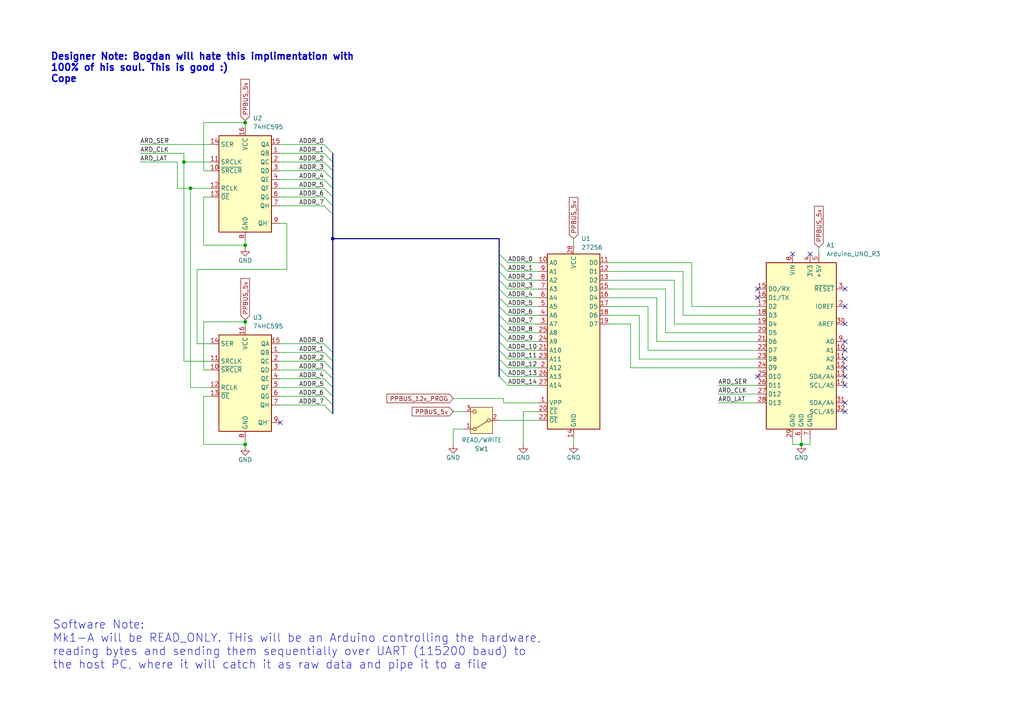
<source format=kicad_sch>
(kicad_sch (version 20230121) (generator eeschema)
  (paper "A4")
  (lib_symbols
    (symbol "74xx:74HC595"
      (property "Reference" "U" (at -7.62 13.97 0))
      (property "Value" "74HC595" (at -7.62 -16.51 0))
      (symbol "74HC595_1_0"
        (pin tri_state line (at 10.16 7.62 180) (length 2.54) (name "QB") (number "1"))
        (pin input line (at -10.16 2.54 0) (length 2.54) (name "~{SRCLR}") (number "10"))
        (pin input line (at -10.16 5.08 0) (length 2.54) (name "SRCLK") (number "11"))
        (pin input line (at -10.16 -2.54 0) (length 2.54) (name "RCLK") (number "12"))
        (pin input line (at -10.16 -5.08 0) (length 2.54) (name "~{OE}") (number "13"))
        (pin input line (at -10.16 10.16 0) (length 2.54) (name "SER") (number "14"))
        (pin tri_state line (at 10.16 10.16 180) (length 2.54) (name "QA") (number "15"))
        (pin power_in line (at 0 15.24 270) (length 2.54) (name "VCC") (number "16"))
        (pin tri_state line (at 10.16 5.08 180) (length 2.54) (name "QC") (number "2"))
        (pin tri_state line (at 10.16 2.54 180) (length 2.54) (name "QD") (number "3"))
        (pin tri_state line (at 10.16 0 180) (length 2.54) (name "QE") (number "4"))
        (pin tri_state line (at 10.16 -2.54 180) (length 2.54) (name "QF") (number "5"))
        (pin tri_state line (at 10.16 -5.08 180) (length 2.54) (name "QG") (number "6"))
        (pin tri_state line (at 10.16 -7.62 180) (length 2.54) (name "QH") (number "7"))
        (pin power_in line (at 0 -17.78 90) (length 2.54) (name "GND") (number "8"))
        (pin output line (at 10.16 -12.7 180) (length 2.54) (name "QH'") (number "9"))
      )
      (symbol "74HC595_1_1"
        (rectangle (start -7.62 12.7) (end 7.62 -15.24) (stroke (width 0.254)) (fill (type background)))
      )
    )
    (symbol "MCU_Module:Arduino_UNO_R3"
      (property "Reference" "A" (at -10.16 23.495 0))
      (property "Value" "Arduino_UNO_R3" (at 5.08 -26.67 0))
      (symbol "Arduino_UNO_R3_0_1"
        (rectangle (start -10.16 22.86) (end 10.16 -25.4) (stroke (width 0.254)) (fill (type background)))
      )
      (symbol "Arduino_UNO_R3_1_1"
        (pin no_connect line (at -10.16 -20.32 0) (length 2.54) hide (name "NC") (number "1"))
        (pin bidirectional line (at 12.7 -2.54 180) (length 2.54) (name "A1") (number "10"))
        (pin bidirectional line (at 12.7 -5.08 180) (length 2.54) (name "A2") (number "11"))
        (pin bidirectional line (at 12.7 -7.62 180) (length 2.54) (name "A3") (number "12"))
        (pin bidirectional line (at 12.7 -10.16 180) (length 2.54) (name "SDA/A4") (number "13"))
        (pin bidirectional line (at 12.7 -12.7 180) (length 2.54) (name "SCL/A5") (number "14"))
        (pin bidirectional line (at -12.7 15.24 0) (length 2.54) (name "D0/RX") (number "15"))
        (pin bidirectional line (at -12.7 12.7 0) (length 2.54) (name "D1/TX") (number "16"))
        (pin bidirectional line (at -12.7 10.16 0) (length 2.54) (name "D2") (number "17"))
        (pin bidirectional line (at -12.7 7.62 0) (length 2.54) (name "D3") (number "18"))
        (pin bidirectional line (at -12.7 5.08 0) (length 2.54) (name "D4") (number "19"))
        (pin output line (at 12.7 10.16 180) (length 2.54) (name "IOREF") (number "2"))
        (pin bidirectional line (at -12.7 2.54 0) (length 2.54) (name "D5") (number "20"))
        (pin bidirectional line (at -12.7 0 0) (length 2.54) (name "D6") (number "21"))
        (pin bidirectional line (at -12.7 -2.54 0) (length 2.54) (name "D7") (number "22"))
        (pin bidirectional line (at -12.7 -5.08 0) (length 2.54) (name "D8") (number "23"))
        (pin bidirectional line (at -12.7 -7.62 0) (length 2.54) (name "D9") (number "24"))
        (pin bidirectional line (at -12.7 -10.16 0) (length 2.54) (name "D10") (number "25"))
        (pin bidirectional line (at -12.7 -12.7 0) (length 2.54) (name "D11") (number "26"))
        (pin bidirectional line (at -12.7 -15.24 0) (length 2.54) (name "D12") (number "27"))
        (pin bidirectional line (at -12.7 -17.78 0) (length 2.54) (name "D13") (number "28"))
        (pin power_in line (at -2.54 -27.94 90) (length 2.54) (name "GND") (number "29"))
        (pin input line (at 12.7 15.24 180) (length 2.54) (name "~{RESET}") (number "3"))
        (pin input line (at 12.7 5.08 180) (length 2.54) (name "AREF") (number "30"))
        (pin bidirectional line (at 12.7 -17.78 180) (length 2.54) (name "SDA/A4") (number "31"))
        (pin bidirectional line (at 12.7 -20.32 180) (length 2.54) (name "SCL/A5") (number "32"))
        (pin power_out line (at 2.54 25.4 270) (length 2.54) (name "3V3") (number "4"))
        (pin power_out line (at 5.08 25.4 270) (length 2.54) (name "+5V") (number "5"))
        (pin power_in line (at 0 -27.94 90) (length 2.54) (name "GND") (number "6"))
        (pin power_in line (at 2.54 -27.94 90) (length 2.54) (name "GND") (number "7"))
        (pin power_in line (at -2.54 25.4 270) (length 2.54) (name "VIN") (number "8"))
        (pin bidirectional line (at 12.7 0 180) (length 2.54) (name "A0") (number "9"))
      )
    )
    (symbol "Memory_EPROM:27256"
      (property "Reference" "U" (at -7.62 26.67 0))
      (property "Value" "27256" (at 2.54 -26.67 0))
      (symbol "27256_1_1"
        (rectangle (start -7.62 25.4) (end 7.62 -25.4) (stroke (width 0.254)) (fill (type background)))
        (pin input line (at -10.16 -17.78 0) (length 2.54) (name "VPP") (number "1"))
        (pin input line (at -10.16 22.86 0) (length 2.54) (name "A0") (number "10"))
        (pin tri_state line (at 10.16 22.86 180) (length 2.54) (name "D0") (number "11"))
        (pin tri_state line (at 10.16 20.32 180) (length 2.54) (name "D1") (number "12"))
        (pin tri_state line (at 10.16 17.78 180) (length 2.54) (name "D2") (number "13"))
        (pin power_in line (at 0 -27.94 90) (length 2.54) (name "GND") (number "14"))
        (pin tri_state line (at 10.16 15.24 180) (length 2.54) (name "D3") (number "15"))
        (pin tri_state line (at 10.16 12.7 180) (length 2.54) (name "D4") (number "16"))
        (pin tri_state line (at 10.16 10.16 180) (length 2.54) (name "D5") (number "17"))
        (pin tri_state line (at 10.16 7.62 180) (length 2.54) (name "D6") (number "18"))
        (pin tri_state line (at 10.16 5.08 180) (length 2.54) (name "D7") (number "19"))
        (pin input line (at -10.16 -7.62 0) (length 2.54) (name "A12") (number "2"))
        (pin input line (at -10.16 -20.32 0) (length 2.54) (name "~{CE}") (number "20"))
        (pin input line (at -10.16 -2.54 0) (length 2.54) (name "A10") (number "21"))
        (pin input line (at -10.16 -22.86 0) (length 2.54) (name "~{OE}") (number "22"))
        (pin input line (at -10.16 -5.08 0) (length 2.54) (name "A11") (number "23"))
        (pin input line (at -10.16 0 0) (length 2.54) (name "A9") (number "24"))
        (pin input line (at -10.16 2.54 0) (length 2.54) (name "A8") (number "25"))
        (pin input line (at -10.16 -10.16 0) (length 2.54) (name "A13") (number "26"))
        (pin input line (at -10.16 -12.7 0) (length 2.54) (name "A14") (number "27"))
        (pin power_in line (at 0 27.94 270) (length 2.54) (name "VCC") (number "28"))
        (pin input line (at -10.16 5.08 0) (length 2.54) (name "A7") (number "3"))
        (pin input line (at -10.16 7.62 0) (length 2.54) (name "A6") (number "4"))
        (pin input line (at -10.16 10.16 0) (length 2.54) (name "A5") (number "5"))
        (pin input line (at -10.16 12.7 0) (length 2.54) (name "A4") (number "6"))
        (pin input line (at -10.16 15.24 0) (length 2.54) (name "A3") (number "7"))
        (pin input line (at -10.16 17.78 0) (length 2.54) (name "A2") (number "8"))
        (pin input line (at -10.16 20.32 0) (length 2.54) (name "A1") (number "9"))
      )
    )
    (symbol "Switch:SW_SPDT" (pin_names (offset 0) hide)
      (property "Reference" "SW" (at 0 5.08 0))
      (property "Value" "SW_SPDT" (at 0 -5.08 0))
      (symbol "SW_SPDT_0_1"
        (circle (center -2.032 0) (radius 0.4572))
        (polyline (pts (xy -1.651 0.254) (xy 1.651 2.286)))
        (circle (center 2.032 -2.54) (radius 0.4572))
        (circle (center 2.032 2.54) (radius 0.4572))
      )
      (symbol "SW_SPDT_1_1"
        (rectangle (start -3.175 3.81) (end 3.175 -3.81) (fill (type background)))
        (pin passive line (at 5.08 2.54 180) (length 2.54) (name "A") (number "1"))
        (pin passive line (at -5.08 0 0) (length 2.54) (name "B") (number "2"))
        (pin passive line (at 5.08 -2.54 180) (length 2.54) (name "C") (number "3"))
      )
    )
    (symbol "power:GND" (power) (pin_names (offset 0))
      (property "Value" "GND" (at 0 -3.81 0))
      (symbol "GND_0_1"
        (polyline (pts (xy 0 0) (xy 0 -1.27) (xy 1.27 -1.27) (xy 0 -2.54) (xy -1.27 -1.27) (xy 0 -1.27)))
      )
      (symbol "GND_1_1"
        (pin power_in line (at 0 0 270) (length 0) hide (name "GND") (number "1"))
      )
    )
  )
  (junction (at 96.52 69.215))
  (junction (at 71.12 71.12))
  (junction (at 53.34 46.99))
  (junction (at 55.245 54.61))
  (junction (at 232.41 128.905))
  (junction (at 71.12 35.56))
  (junction (at 71.12 128.905))
  (junction (at 71.12 93.345))
  (no_connect (at 219.71 86.36))
  (no_connect (at 245.11 88.9))
  (no_connect (at 219.71 83.82))
  (no_connect (at 81.28 122.555))
  (no_connect (at 245.11 83.82))
  (no_connect (at 229.87 73.66))
  (no_connect (at 245.11 116.84))
  (no_connect (at 245.11 104.14))
  (no_connect (at 219.71 109.22))
  (no_connect (at 245.11 106.68))
  (no_connect (at 245.11 93.98))
  (no_connect (at 245.11 99.06))
  (no_connect (at 234.95 73.66))
  (no_connect (at 245.11 111.76))
  (no_connect (at 245.11 101.6))
  (no_connect (at 245.11 109.22))
  (no_connect (at 245.11 119.38))
  (bus_entry (at 147.32 83.82) (size -2.54 -2.54))
  (bus_entry (at 147.32 99.06) (size -2.54 -2.54))
  (bus_entry (at 147.32 88.9) (size -2.54 -2.54))
  (bus_entry (at 93.98 52.07) (size 2.54 2.54))
  (bus_entry (at 147.32 111.76) (size -2.54 -2.54))
  (bus_entry (at 93.98 59.69) (size 2.54 2.54))
  (bus_entry (at 93.98 54.61) (size 2.54 2.54))
  (bus_entry (at 93.98 57.15) (size 2.54 2.54))
  (bus_entry (at 93.98 112.395) (size 2.54 2.54))
  (bus_entry (at 93.98 46.99) (size 2.54 2.54))
  (bus_entry (at 147.32 106.68) (size -2.54 -2.54))
  (bus_entry (at 93.98 49.53) (size 2.54 2.54))
  (bus_entry (at 147.32 93.98) (size -2.54 -2.54))
  (bus_entry (at 93.98 41.91) (size 2.54 2.54))
  (bus_entry (at 147.32 109.22) (size -2.54 -2.54))
  (bus_entry (at 93.98 107.315) (size 2.54 2.54))
  (bus_entry (at 93.98 117.475) (size 2.54 2.54))
  (bus_entry (at 93.98 109.855) (size 2.54 2.54))
  (bus_entry (at 93.98 114.935) (size 2.54 2.54))
  (bus_entry (at 147.32 91.44) (size -2.54 -2.54))
  (bus_entry (at 93.98 99.695) (size 2.54 2.54))
  (bus_entry (at 147.32 104.14) (size -2.54 -2.54))
  (bus_entry (at 93.98 104.775) (size 2.54 2.54))
  (bus_entry (at 93.98 102.235) (size 2.54 2.54))
  (bus_entry (at 147.32 86.36) (size -2.54 -2.54))
  (bus_entry (at 147.32 101.6) (size -2.54 -2.54))
  (bus_entry (at 147.32 76.2) (size -2.54 -2.54))
  (bus_entry (at 93.98 44.45) (size 2.54 2.54))
  (bus_entry (at 147.32 81.28) (size -2.54 -2.54))
  (bus_entry (at 147.32 96.52) (size -2.54 -2.54))
  (bus_entry (at 147.32 78.74) (size -2.54 -2.54))
  (wire (pts (xy 59.055 107.315) (xy 59.055 93.345)))
  (wire (pts (xy 81.28 107.315) (xy 93.98 107.315)))
  (wire (pts (xy 55.245 112.395) (xy 60.96 112.395)))
  (wire (pts (xy 40.64 46.99) (xy 51.435 46.99)))
  (wire (pts (xy 81.28 99.695) (xy 93.98 99.695)))
  (wire (pts (xy 187.96 101.6) (xy 219.71 101.6)))
  (bus (pts (xy 144.78 81.28) (xy 144.78 83.82)))
  (wire (pts (xy 81.28 117.475) (xy 93.98 117.475)))
  (wire (pts (xy 83.185 64.77) (xy 83.185 78.105)))
  (wire (pts (xy 176.53 93.98) (xy 182.88 93.98)))
  (wire (pts (xy 81.28 64.77) (xy 83.185 64.77)))
  (bus (pts (xy 144.78 76.2) (xy 144.78 78.74)))
  (wire (pts (xy 182.88 93.98) (xy 182.88 106.68)))
  (wire (pts (xy 147.32 106.68) (xy 156.21 106.68)))
  (wire (pts (xy 176.53 91.44) (xy 185.42 91.44)))
  (wire (pts (xy 59.055 35.56) (xy 71.12 35.56)))
  (wire (pts (xy 51.435 54.61) (xy 51.435 46.99)))
  (wire (pts (xy 176.53 88.9) (xy 187.96 88.9)))
  (bus (pts (xy 144.78 69.215) (xy 144.78 73.66)))
  (bus (pts (xy 96.52 46.99) (xy 96.52 49.53)))
  (wire (pts (xy 147.32 83.82) (xy 156.21 83.82)))
  (wire (pts (xy 71.12 69.85) (xy 71.12 71.12)))
  (wire (pts (xy 59.055 49.53) (xy 59.055 35.56)))
  (wire (pts (xy 71.12 127.635) (xy 71.12 128.905)))
  (wire (pts (xy 57.15 99.695) (xy 60.96 99.695)))
  (wire (pts (xy 55.245 54.61) (xy 51.435 54.61)))
  (wire (pts (xy 147.32 81.28) (xy 156.21 81.28)))
  (wire (pts (xy 60.96 54.61) (xy 55.245 54.61)))
  (wire (pts (xy 81.28 104.775) (xy 93.98 104.775)))
  (wire (pts (xy 200.66 76.2) (xy 200.66 88.9)))
  (wire (pts (xy 208.28 114.3) (xy 219.71 114.3)))
  (wire (pts (xy 81.28 57.15) (xy 93.98 57.15)))
  (wire (pts (xy 229.87 127) (xy 229.87 128.905)))
  (wire (pts (xy 81.28 109.855) (xy 93.98 109.855)))
  (wire (pts (xy 232.41 128.905) (xy 234.95 128.905)))
  (wire (pts (xy 176.53 81.28) (xy 195.58 81.28)))
  (wire (pts (xy 40.64 44.45) (xy 53.34 44.45)))
  (wire (pts (xy 81.28 52.07) (xy 93.98 52.07)))
  (bus (pts (xy 144.78 104.14) (xy 144.78 106.68)))
  (wire (pts (xy 229.87 128.905) (xy 232.41 128.905)))
  (bus (pts (xy 144.78 91.44) (xy 144.78 93.98)))
  (wire (pts (xy 59.055 93.345) (xy 71.12 93.345)))
  (wire (pts (xy 176.53 86.36) (xy 190.5 86.36)))
  (bus (pts (xy 96.52 112.395) (xy 96.52 114.935)))
  (wire (pts (xy 200.66 88.9) (xy 219.71 88.9)))
  (wire (pts (xy 147.32 104.14) (xy 156.21 104.14)))
  (bus (pts (xy 96.52 69.215) (xy 96.52 102.235)))
  (bus (pts (xy 144.78 86.36) (xy 144.78 88.9)))
  (wire (pts (xy 131.445 119.38) (xy 134.62 119.38)))
  (wire (pts (xy 146.05 115.57) (xy 131.445 115.57)))
  (wire (pts (xy 195.58 93.98) (xy 219.71 93.98)))
  (wire (pts (xy 147.32 111.76) (xy 156.21 111.76)))
  (wire (pts (xy 176.53 76.2) (xy 200.66 76.2)))
  (wire (pts (xy 71.12 35.56) (xy 71.12 36.83)))
  (wire (pts (xy 176.53 78.74) (xy 198.12 78.74)))
  (bus (pts (xy 96.52 109.855) (xy 96.52 112.395)))
  (wire (pts (xy 193.04 96.52) (xy 193.04 83.82)))
  (bus (pts (xy 96.52 59.69) (xy 96.52 62.23)))
  (bus (pts (xy 96.52 49.53) (xy 96.52 52.07)))
  (wire (pts (xy 147.32 109.22) (xy 156.21 109.22)))
  (wire (pts (xy 83.185 78.105) (xy 57.15 78.105)))
  (bus (pts (xy 144.78 106.68) (xy 144.78 109.22)))
  (wire (pts (xy 60.96 57.15) (xy 59.055 57.15)))
  (wire (pts (xy 71.12 34.925) (xy 71.12 35.56)))
  (wire (pts (xy 147.32 93.98) (xy 156.21 93.98)))
  (wire (pts (xy 60.96 49.53) (xy 59.055 49.53)))
  (wire (pts (xy 81.28 49.53) (xy 93.98 49.53)))
  (wire (pts (xy 55.245 54.61) (xy 55.245 112.395)))
  (wire (pts (xy 146.05 116.84) (xy 146.05 115.57)))
  (wire (pts (xy 53.34 44.45) (xy 53.34 46.99)))
  (wire (pts (xy 219.71 96.52) (xy 193.04 96.52)))
  (bus (pts (xy 96.52 104.775) (xy 96.52 107.315)))
  (wire (pts (xy 208.28 116.84) (xy 219.71 116.84)))
  (wire (pts (xy 147.32 88.9) (xy 156.21 88.9)))
  (wire (pts (xy 134.62 124.46) (xy 131.445 124.46)))
  (wire (pts (xy 187.96 88.9) (xy 187.96 101.6)))
  (wire (pts (xy 59.055 114.935) (xy 59.055 128.905)))
  (wire (pts (xy 59.055 57.15) (xy 59.055 71.12)))
  (wire (pts (xy 147.32 76.2) (xy 156.21 76.2)))
  (wire (pts (xy 71.12 71.12) (xy 71.12 71.755)))
  (wire (pts (xy 81.28 41.91) (xy 93.98 41.91)))
  (wire (pts (xy 59.055 71.12) (xy 71.12 71.12)))
  (bus (pts (xy 144.78 101.6) (xy 144.78 104.14)))
  (bus (pts (xy 96.52 69.215) (xy 144.78 69.215)))
  (wire (pts (xy 81.28 44.45) (xy 93.98 44.45)))
  (bus (pts (xy 96.52 57.15) (xy 96.52 59.69)))
  (bus (pts (xy 144.78 96.52) (xy 144.78 99.06)))
  (wire (pts (xy 151.765 119.38) (xy 156.21 119.38)))
  (wire (pts (xy 193.04 83.82) (xy 176.53 83.82)))
  (bus (pts (xy 96.52 62.23) (xy 96.52 69.215)))
  (wire (pts (xy 195.58 81.28) (xy 195.58 93.98)))
  (wire (pts (xy 53.34 46.99) (xy 53.34 104.775)))
  (wire (pts (xy 208.28 111.76) (xy 219.71 111.76)))
  (wire (pts (xy 71.12 92.71) (xy 71.12 93.345)))
  (wire (pts (xy 190.5 86.36) (xy 190.5 99.06)))
  (wire (pts (xy 151.765 119.38) (xy 151.765 128.905)))
  (wire (pts (xy 232.41 127) (xy 232.41 128.905)))
  (wire (pts (xy 81.28 102.235) (xy 93.98 102.235)))
  (wire (pts (xy 81.28 54.61) (xy 93.98 54.61)))
  (bus (pts (xy 96.52 114.935) (xy 96.52 117.475)))
  (wire (pts (xy 166.37 69.215) (xy 166.37 71.12)))
  (bus (pts (xy 144.78 88.9) (xy 144.78 91.44)))
  (wire (pts (xy 147.32 78.74) (xy 156.21 78.74)))
  (wire (pts (xy 57.15 78.105) (xy 57.15 99.695)))
  (wire (pts (xy 198.12 91.44) (xy 219.71 91.44)))
  (bus (pts (xy 144.78 78.74) (xy 144.78 81.28)))
  (wire (pts (xy 198.12 78.74) (xy 198.12 91.44)))
  (wire (pts (xy 147.32 99.06) (xy 156.21 99.06)))
  (wire (pts (xy 144.78 121.92) (xy 156.21 121.92)))
  (bus (pts (xy 96.52 102.235) (xy 96.52 104.775)))
  (bus (pts (xy 144.78 83.82) (xy 144.78 86.36)))
  (wire (pts (xy 71.12 93.345) (xy 71.12 94.615)))
  (wire (pts (xy 166.37 127) (xy 166.37 128.905)))
  (wire (pts (xy 131.445 124.46) (xy 131.445 128.905)))
  (wire (pts (xy 71.12 128.905) (xy 71.12 129.54)))
  (bus (pts (xy 96.52 107.315) (xy 96.52 109.855)))
  (bus (pts (xy 144.78 99.06) (xy 144.78 101.6)))
  (wire (pts (xy 53.34 104.775) (xy 60.96 104.775)))
  (bus (pts (xy 144.78 93.98) (xy 144.78 96.52)))
  (wire (pts (xy 60.96 107.315) (xy 59.055 107.315)))
  (bus (pts (xy 96.52 54.61) (xy 96.52 57.15)))
  (wire (pts (xy 182.88 106.68) (xy 219.71 106.68)))
  (wire (pts (xy 190.5 99.06) (xy 219.71 99.06)))
  (wire (pts (xy 40.64 41.91) (xy 60.96 41.91)))
  (wire (pts (xy 59.055 128.905) (xy 71.12 128.905)))
  (wire (pts (xy 156.21 116.84) (xy 146.05 116.84)))
  (wire (pts (xy 237.49 71.755) (xy 237.49 73.66)))
  (wire (pts (xy 147.32 96.52) (xy 156.21 96.52)))
  (wire (pts (xy 60.96 114.935) (xy 59.055 114.935)))
  (wire (pts (xy 81.28 114.935) (xy 93.98 114.935)))
  (wire (pts (xy 60.96 46.99) (xy 53.34 46.99)))
  (bus (pts (xy 96.52 44.45) (xy 96.52 46.99)))
  (wire (pts (xy 147.32 91.44) (xy 156.21 91.44)))
  (wire (pts (xy 147.32 101.6) (xy 156.21 101.6)))
  (wire (pts (xy 81.28 112.395) (xy 93.98 112.395)))
  (bus (pts (xy 144.78 73.66) (xy 144.78 76.2)))
  (wire (pts (xy 185.42 104.14) (xy 219.71 104.14)))
  (wire (pts (xy 81.28 59.69) (xy 93.98 59.69)))
  (bus (pts (xy 96.52 117.475) (xy 96.52 120.015)))
  (wire (pts (xy 234.95 127) (xy 234.95 128.905)))
  (wire (pts (xy 185.42 91.44) (xy 185.42 104.14)))
  (wire (pts (xy 147.32 86.36) (xy 156.21 86.36)))
  (wire (pts (xy 81.28 46.99) (xy 93.98 46.99)))
  (bus (pts (xy 96.52 52.07) (xy 96.52 54.61)))
  (text "Software Note:\nMk1-A will be READ_ONLY. THis will be an Arduino controlling the hardware,\nreading bytes and sending them sequentially over UART (115200 baud) to\nthe host PC, where it will catch it as raw data and pipe it to a file" (at 15.24 194.31 0) (effects (font (size 2.4 2.4)) (justify left bottom)))
  (text "Designer Note: Bogdan will hate this implimentation with\n100% of his soul. This is good :)\nCope" (at 14.605 24.13 0) (effects (font (size 2 2) (thickness 0.4) bold) (justify left bottom)))
  (label "ADDR_13" (at 147.32 109.22 0))
  (label "ARD_LAT" (at 208.28 116.84 0))
  (label "ADDR_0" (at 147.32 76.2 0))
  (label "ADDR_3" (at 93.98 107.315 180))
  (label "ADDR_5" (at 93.98 112.395 180))
  (label "ADDR_2" (at 147.32 81.28 0))
  (label "ARD_CLK" (at 40.64 44.45 0))
  (label "ADDR_2" (at 93.98 46.99 180))
  (label "ADDR_6" (at 93.98 114.935 180))
  (label "ADDR_5" (at 93.98 54.61 180))
  (label "ADDR_7" (at 93.98 117.475 180))
  (label "ADDR_12" (at 147.32 106.68 0))
  (label "ARD_SER" (at 40.64 41.91 0))
  (label "ADDR_3" (at 147.32 83.82 0))
  (label "ADDR_7" (at 147.32 93.98 0))
  (label "ADDR_6" (at 93.98 57.15 180))
  (label "ADDR_1" (at 147.32 78.74 0))
  (label "ADDR_1" (at 93.98 44.45 180))
  (label "ADDR_3" (at 93.98 49.53 180))
  (label "ADDR_14" (at 147.32 111.76 0))
  (label "ADDR_4" (at 147.32 86.36 0))
  (label "ARD_SER" (at 208.28 111.76 0))
  (label "ADDR_10" (at 147.32 101.6 0))
  (label "ADDR_2" (at 93.98 104.775 180))
  (label "ADDR_1" (at 93.98 102.235 180))
  (label "ARD_LAT" (at 40.64 46.99 0))
  (label "ADDR_8" (at 147.32 96.52 0))
  (label "ADDR_7" (at 93.98 59.69 180))
  (label "ADDR_6" (at 147.32 91.44 0))
  (label "ADDR_11" (at 147.32 104.14 0))
  (label "ADDR_4" (at 93.98 52.07 180))
  (label "ARD_CLK" (at 208.28 114.3 0))
  (label "ADDR_0" (at 93.98 41.91 180))
  (label "ADDR_5" (at 147.32 88.9 0))
  (label "ADDR_0" (at 93.98 99.695 180))
  (label "ADDR_9" (at 147.32 99.06 0))
  (label "ADDR_4" (at 93.98 109.855 180))
  (global_label "PPBUS_5v" (shape input) (at 131.445 119.38 180) (property "Intersheetrefs" "${INTERSHEET_REFS}" (effects hide)))
  (global_label "PPBUS_12v_PROG" (shape input) (at 131.445 115.57 180) (property "Intersheetrefs" "${INTERSHEET_REFS}" (effects hide)))
  (global_label "PPBUS_5v" (shape input) (at 237.49 71.755 90) (property "Intersheetrefs" "${INTERSHEET_REFS}" (effects hide)))
  (global_label "PPBUS_5v" (shape input) (at 166.37 69.215 90) (property "Intersheetrefs" "${INTERSHEET_REFS}" (effects hide)))
  (global_label "PPBUS_5v" (shape input) (at 71.12 92.71 90) (property "Intersheetrefs" "${INTERSHEET_REFS}" (effects hide)))
  (global_label "PPBUS_5v" (shape input) (at 71.12 34.925 90) (property "Intersheetrefs" "${INTERSHEET_REFS}" (effects hide)))
  (symbol (lib_id "power:GND") (at 131.445 128.905 0) (unit 1)
    (property "Reference" "#PWR01" (effects hide))
    (property "Value" "GND" (at 131.445 132.715 0))
  )
  (symbol (lib_id "power:GND") (at 166.37 128.905 0) (unit 1)
    (property "Reference" "#PWR03" (effects hide))
    (property "Value" "GND" (at 166.37 132.715 0))
  )
  (symbol (lib_id "74xx:74HC595") (at 71.12 52.07 0) (unit 1)
    (property "Reference" "U2" (at 73.3141 34.29 0) (effects (justify left)))
    (property "Value" "74HC595" (at 73.3141 36.83 0) (effects (justify left)))
    (property "Datasheet" "http://www.ti.com/lit/ds/symlink/sn74hc595.pdf" (effects hide))
  )
  (symbol (lib_id "power:GND") (at 71.12 71.755 0) (unit 1)
    (property "Reference" "#PWR04" (effects hide))
    (property "Value" "GND" (at 71.12 75.565 0))
  )
  (symbol (lib_id "MCU_Module:Arduino_UNO_R3") (at 232.41 99.06 0) (unit 1)
    (property "Reference" "A1" (at 239.6841 71.12 0) (effects (justify left)))
    (property "Value" "Arduino_UNO_R3" (at 239.6841 73.66 0) (effects (justify left)))
    (property "Footprint" "Module:Arduino_UNO_R3" (effects hide))
    (property "Datasheet" "https://www.arduino.cc/en/Main/arduinoBoardUno" (effects hide))
  )
  (symbol (lib_id "74xx:74HC595") (at 71.12 109.855 0) (unit 1)
    (property "Reference" "U3" (at 73.3141 92.075 0) (effects (justify left)))
    (property "Value" "74HC595" (at 73.3141 94.615 0) (effects (justify left)))
    (property "Datasheet" "http://www.ti.com/lit/ds/symlink/sn74hc595.pdf" (effects hide))
  )
  (symbol (lib_id "Memory_EPROM:27256") (at 166.37 99.06 0) (unit 1)
    (property "Reference" "U1" (at 168.5641 69.215 0) (effects (justify left)))
    (property "Value" "27256" (at 168.5641 71.755 0) (effects (justify left)))
    (property "Footprint" "Package_DIP:DIP-28_W15.24mm" (effects hide))
    (property "Datasheet" "http://datasheet.octopart.com/D27256-2-Intel-datasheet-17852618.pdf" (effects hide))
  )
  (symbol (lib_id "power:GND") (at 232.41 128.905 0) (unit 1)
    (property "Reference" "#PWR06" (effects hide))
    (property "Value" "GND" (at 232.41 132.715 0))
  )
  (symbol (lib_id "Switch:SW_SPDT") (at 139.7 121.92 180) (unit 1)
    (property "Reference" "SW1" (at 139.7 130.175 0))
    (property "Value" "READ/WRITE" (at 139.7 127.635 0))
  )
  (symbol (lib_id "power:GND") (at 71.12 129.54 0) (unit 1)
    (property "Reference" "#PWR05" (effects hide))
    (property "Value" "GND" (at 71.12 133.35 0))
  )
  (symbol (lib_id "power:GND") (at 151.765 128.905 0) (unit 1)
    (property "Reference" "#PWR02" (effects hide))
    (property "Value" "GND" (at 151.765 132.715 0))
  )
)
</source>
